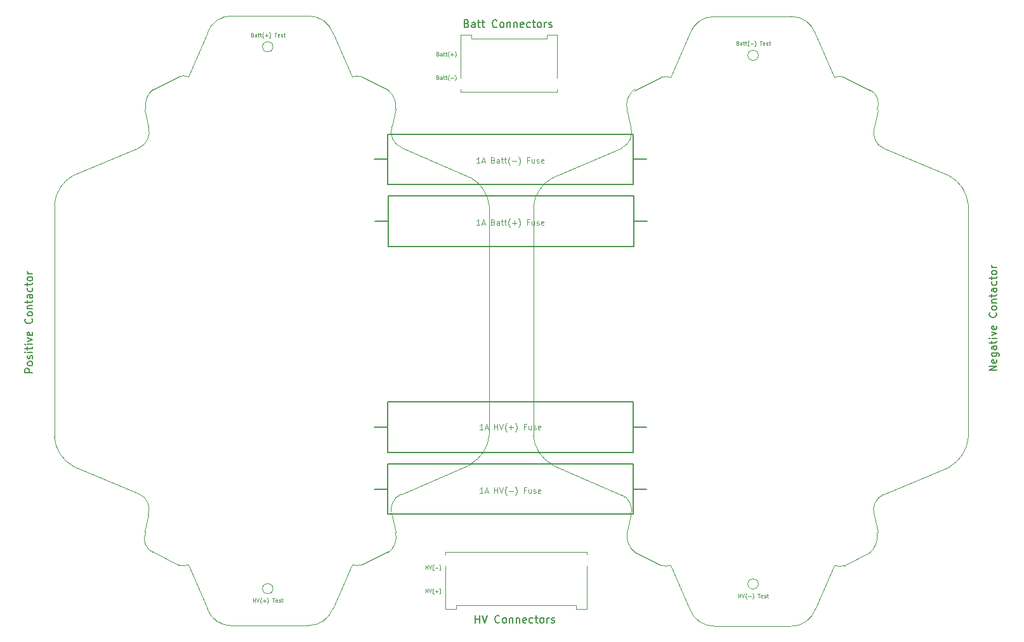
<source format=gbr>
%TF.GenerationSoftware,KiCad,Pcbnew,(6.0.7)*%
%TF.CreationDate,2023-01-09T20:26:50-06:00*%
%TF.ProjectId,Contactor PCB,436f6e74-6163-4746-9f72-205043422e6b,rev?*%
%TF.SameCoordinates,Original*%
%TF.FileFunction,Legend,Top*%
%TF.FilePolarity,Positive*%
%FSLAX46Y46*%
G04 Gerber Fmt 4.6, Leading zero omitted, Abs format (unit mm)*
G04 Created by KiCad (PCBNEW (6.0.7)) date 2023-01-09 20:26:50*
%MOMM*%
%LPD*%
G01*
G04 APERTURE LIST*
%ADD10C,0.120000*%
%ADD11C,0.075000*%
%ADD12C,0.150000*%
%ADD13C,0.127000*%
G04 APERTURE END LIST*
D10*
X176036742Y-107882885D02*
X175608171Y-107882885D01*
X175822457Y-107882885D02*
X175822457Y-107132885D01*
X175751028Y-107240028D01*
X175679600Y-107311457D01*
X175608171Y-107347171D01*
X176322457Y-107668600D02*
X176679600Y-107668600D01*
X176251028Y-107882885D02*
X176501028Y-107132885D01*
X176751028Y-107882885D01*
X177572457Y-107882885D02*
X177572457Y-107132885D01*
X177572457Y-107490028D02*
X178001028Y-107490028D01*
X178001028Y-107882885D02*
X178001028Y-107132885D01*
X178251028Y-107132885D02*
X178501028Y-107882885D01*
X178751028Y-107132885D01*
X179215314Y-108168600D02*
X179179600Y-108132885D01*
X179108171Y-108025742D01*
X179072457Y-107954314D01*
X179036742Y-107847171D01*
X179001028Y-107668600D01*
X179001028Y-107525742D01*
X179036742Y-107347171D01*
X179072457Y-107240028D01*
X179108171Y-107168600D01*
X179179600Y-107061457D01*
X179215314Y-107025742D01*
X179501028Y-107597171D02*
X180072457Y-107597171D01*
X180358171Y-108168600D02*
X180393885Y-108132885D01*
X180465314Y-108025742D01*
X180501028Y-107954314D01*
X180536742Y-107847171D01*
X180572457Y-107668600D01*
X180572457Y-107525742D01*
X180536742Y-107347171D01*
X180501028Y-107240028D01*
X180465314Y-107168600D01*
X180393885Y-107061457D01*
X180358171Y-107025742D01*
X181751028Y-107490028D02*
X181501028Y-107490028D01*
X181501028Y-107882885D02*
X181501028Y-107132885D01*
X181858171Y-107132885D01*
X182465314Y-107382885D02*
X182465314Y-107882885D01*
X182143885Y-107382885D02*
X182143885Y-107775742D01*
X182179600Y-107847171D01*
X182251028Y-107882885D01*
X182358171Y-107882885D01*
X182429600Y-107847171D01*
X182465314Y-107811457D01*
X182786742Y-107847171D02*
X182858171Y-107882885D01*
X183001028Y-107882885D01*
X183072457Y-107847171D01*
X183108171Y-107775742D01*
X183108171Y-107740028D01*
X183072457Y-107668600D01*
X183001028Y-107632885D01*
X182893885Y-107632885D01*
X182822457Y-107597171D01*
X182786742Y-107525742D01*
X182786742Y-107490028D01*
X182822457Y-107418600D01*
X182893885Y-107382885D01*
X183001028Y-107382885D01*
X183072457Y-107418600D01*
X183715314Y-107847171D02*
X183643885Y-107882885D01*
X183501028Y-107882885D01*
X183429600Y-107847171D01*
X183393885Y-107775742D01*
X183393885Y-107490028D01*
X183429600Y-107418600D01*
X183501028Y-107382885D01*
X183643885Y-107382885D01*
X183715314Y-107418600D01*
X183751028Y-107490028D01*
X183751028Y-107561457D01*
X183393885Y-107632885D01*
D11*
X168367200Y-118031390D02*
X168367200Y-117531390D01*
X168367200Y-117769485D02*
X168652914Y-117769485D01*
X168652914Y-118031390D02*
X168652914Y-117531390D01*
X168819580Y-117531390D02*
X168986247Y-118031390D01*
X169152914Y-117531390D01*
X169462438Y-118221866D02*
X169438628Y-118198057D01*
X169391009Y-118126628D01*
X169367200Y-118079009D01*
X169343390Y-118007580D01*
X169319580Y-117888533D01*
X169319580Y-117793295D01*
X169343390Y-117674247D01*
X169367200Y-117602819D01*
X169391009Y-117555200D01*
X169438628Y-117483771D01*
X169462438Y-117459961D01*
X169652914Y-117840914D02*
X170033866Y-117840914D01*
X170224342Y-118221866D02*
X170248152Y-118198057D01*
X170295771Y-118126628D01*
X170319580Y-118079009D01*
X170343390Y-118007580D01*
X170367200Y-117888533D01*
X170367200Y-117793295D01*
X170343390Y-117674247D01*
X170319580Y-117602819D01*
X170295771Y-117555200D01*
X170248152Y-117483771D01*
X170224342Y-117459961D01*
D10*
X176036742Y-99399285D02*
X175608171Y-99399285D01*
X175822457Y-99399285D02*
X175822457Y-98649285D01*
X175751028Y-98756428D01*
X175679600Y-98827857D01*
X175608171Y-98863571D01*
X176322457Y-99185000D02*
X176679600Y-99185000D01*
X176251028Y-99399285D02*
X176501028Y-98649285D01*
X176751028Y-99399285D01*
X177572457Y-99399285D02*
X177572457Y-98649285D01*
X177572457Y-99006428D02*
X178001028Y-99006428D01*
X178001028Y-99399285D02*
X178001028Y-98649285D01*
X178251028Y-98649285D02*
X178501028Y-99399285D01*
X178751028Y-98649285D01*
X179215314Y-99685000D02*
X179179600Y-99649285D01*
X179108171Y-99542142D01*
X179072457Y-99470714D01*
X179036742Y-99363571D01*
X179001028Y-99185000D01*
X179001028Y-99042142D01*
X179036742Y-98863571D01*
X179072457Y-98756428D01*
X179108171Y-98685000D01*
X179179600Y-98577857D01*
X179215314Y-98542142D01*
X179501028Y-99113571D02*
X180072457Y-99113571D01*
X179786742Y-99399285D02*
X179786742Y-98827857D01*
X180358171Y-99685000D02*
X180393885Y-99649285D01*
X180465314Y-99542142D01*
X180501028Y-99470714D01*
X180536742Y-99363571D01*
X180572457Y-99185000D01*
X180572457Y-99042142D01*
X180536742Y-98863571D01*
X180501028Y-98756428D01*
X180465314Y-98685000D01*
X180393885Y-98577857D01*
X180358171Y-98542142D01*
X181751028Y-99006428D02*
X181501028Y-99006428D01*
X181501028Y-99399285D02*
X181501028Y-98649285D01*
X181858171Y-98649285D01*
X182465314Y-98899285D02*
X182465314Y-99399285D01*
X182143885Y-98899285D02*
X182143885Y-99292142D01*
X182179600Y-99363571D01*
X182251028Y-99399285D01*
X182358171Y-99399285D01*
X182429600Y-99363571D01*
X182465314Y-99327857D01*
X182786742Y-99363571D02*
X182858171Y-99399285D01*
X183001028Y-99399285D01*
X183072457Y-99363571D01*
X183108171Y-99292142D01*
X183108171Y-99256428D01*
X183072457Y-99185000D01*
X183001028Y-99149285D01*
X182893885Y-99149285D01*
X182822457Y-99113571D01*
X182786742Y-99042142D01*
X182786742Y-99006428D01*
X182822457Y-98935000D01*
X182893885Y-98899285D01*
X183001028Y-98899285D01*
X183072457Y-98935000D01*
X183715314Y-99363571D02*
X183643885Y-99399285D01*
X183501028Y-99399285D01*
X183429600Y-99363571D01*
X183393885Y-99292142D01*
X183393885Y-99006428D01*
X183429600Y-98935000D01*
X183501028Y-98899285D01*
X183643885Y-98899285D01*
X183715314Y-98935000D01*
X183751028Y-99006428D01*
X183751028Y-99077857D01*
X183393885Y-99149285D01*
X175608171Y-63788485D02*
X175179600Y-63788485D01*
X175393885Y-63788485D02*
X175393885Y-63038485D01*
X175322457Y-63145628D01*
X175251028Y-63217057D01*
X175179600Y-63252771D01*
X175893885Y-63574200D02*
X176251028Y-63574200D01*
X175822457Y-63788485D02*
X176072457Y-63038485D01*
X176322457Y-63788485D01*
X177393885Y-63395628D02*
X177501028Y-63431342D01*
X177536742Y-63467057D01*
X177572457Y-63538485D01*
X177572457Y-63645628D01*
X177536742Y-63717057D01*
X177501028Y-63752771D01*
X177429600Y-63788485D01*
X177143885Y-63788485D01*
X177143885Y-63038485D01*
X177393885Y-63038485D01*
X177465314Y-63074200D01*
X177501028Y-63109914D01*
X177536742Y-63181342D01*
X177536742Y-63252771D01*
X177501028Y-63324200D01*
X177465314Y-63359914D01*
X177393885Y-63395628D01*
X177143885Y-63395628D01*
X178215314Y-63788485D02*
X178215314Y-63395628D01*
X178179600Y-63324200D01*
X178108171Y-63288485D01*
X177965314Y-63288485D01*
X177893885Y-63324200D01*
X178215314Y-63752771D02*
X178143885Y-63788485D01*
X177965314Y-63788485D01*
X177893885Y-63752771D01*
X177858171Y-63681342D01*
X177858171Y-63609914D01*
X177893885Y-63538485D01*
X177965314Y-63502771D01*
X178143885Y-63502771D01*
X178215314Y-63467057D01*
X178465314Y-63288485D02*
X178751028Y-63288485D01*
X178572457Y-63038485D02*
X178572457Y-63681342D01*
X178608171Y-63752771D01*
X178679600Y-63788485D01*
X178751028Y-63788485D01*
X178893885Y-63288485D02*
X179179600Y-63288485D01*
X179001028Y-63038485D02*
X179001028Y-63681342D01*
X179036742Y-63752771D01*
X179108171Y-63788485D01*
X179179600Y-63788485D01*
X179643885Y-64074200D02*
X179608171Y-64038485D01*
X179536742Y-63931342D01*
X179501028Y-63859914D01*
X179465314Y-63752771D01*
X179429600Y-63574200D01*
X179429600Y-63431342D01*
X179465314Y-63252771D01*
X179501028Y-63145628D01*
X179536742Y-63074200D01*
X179608171Y-62967057D01*
X179643885Y-62931342D01*
X179929600Y-63502771D02*
X180501028Y-63502771D01*
X180786742Y-64074200D02*
X180822457Y-64038485D01*
X180893885Y-63931342D01*
X180929600Y-63859914D01*
X180965314Y-63752771D01*
X181001028Y-63574200D01*
X181001028Y-63431342D01*
X180965314Y-63252771D01*
X180929600Y-63145628D01*
X180893885Y-63074200D01*
X180822457Y-62967057D01*
X180786742Y-62931342D01*
X182179600Y-63395628D02*
X181929600Y-63395628D01*
X181929600Y-63788485D02*
X181929600Y-63038485D01*
X182286742Y-63038485D01*
X182893885Y-63288485D02*
X182893885Y-63788485D01*
X182572457Y-63288485D02*
X182572457Y-63681342D01*
X182608171Y-63752771D01*
X182679600Y-63788485D01*
X182786742Y-63788485D01*
X182858171Y-63752771D01*
X182893885Y-63717057D01*
X183215314Y-63752771D02*
X183286742Y-63788485D01*
X183429600Y-63788485D01*
X183501028Y-63752771D01*
X183536742Y-63681342D01*
X183536742Y-63645628D01*
X183501028Y-63574200D01*
X183429600Y-63538485D01*
X183322457Y-63538485D01*
X183251028Y-63502771D01*
X183215314Y-63431342D01*
X183215314Y-63395628D01*
X183251028Y-63324200D01*
X183322457Y-63288485D01*
X183429600Y-63288485D01*
X183501028Y-63324200D01*
X184143885Y-63752771D02*
X184072457Y-63788485D01*
X183929600Y-63788485D01*
X183858171Y-63752771D01*
X183822457Y-63681342D01*
X183822457Y-63395628D01*
X183858171Y-63324200D01*
X183929600Y-63288485D01*
X184072457Y-63288485D01*
X184143885Y-63324200D01*
X184179600Y-63395628D01*
X184179600Y-63467057D01*
X183822457Y-63538485D01*
D11*
X210149523Y-121841390D02*
X210149523Y-121341390D01*
X210149523Y-121579485D02*
X210435238Y-121579485D01*
X210435238Y-121841390D02*
X210435238Y-121341390D01*
X210601904Y-121341390D02*
X210768571Y-121841390D01*
X210935238Y-121341390D01*
X211244761Y-122031866D02*
X211220952Y-122008057D01*
X211173333Y-121936628D01*
X211149523Y-121889009D01*
X211125714Y-121817580D01*
X211101904Y-121698533D01*
X211101904Y-121603295D01*
X211125714Y-121484247D01*
X211149523Y-121412819D01*
X211173333Y-121365200D01*
X211220952Y-121293771D01*
X211244761Y-121269961D01*
X211435238Y-121650914D02*
X211816190Y-121650914D01*
X212006666Y-122031866D02*
X212030476Y-122008057D01*
X212078095Y-121936628D01*
X212101904Y-121889009D01*
X212125714Y-121817580D01*
X212149523Y-121698533D01*
X212149523Y-121603295D01*
X212125714Y-121484247D01*
X212101904Y-121412819D01*
X212078095Y-121365200D01*
X212030476Y-121293771D01*
X212006666Y-121269961D01*
X212697142Y-121341390D02*
X212982857Y-121341390D01*
X212840000Y-121841390D02*
X212840000Y-121341390D01*
X213340000Y-121817580D02*
X213292380Y-121841390D01*
X213197142Y-121841390D01*
X213149523Y-121817580D01*
X213125714Y-121769961D01*
X213125714Y-121579485D01*
X213149523Y-121531866D01*
X213197142Y-121508057D01*
X213292380Y-121508057D01*
X213340000Y-121531866D01*
X213363809Y-121579485D01*
X213363809Y-121627104D01*
X213125714Y-121674723D01*
X213554285Y-121817580D02*
X213601904Y-121841390D01*
X213697142Y-121841390D01*
X213744761Y-121817580D01*
X213768571Y-121769961D01*
X213768571Y-121746152D01*
X213744761Y-121698533D01*
X213697142Y-121674723D01*
X213625714Y-121674723D01*
X213578095Y-121650914D01*
X213554285Y-121603295D01*
X213554285Y-121579485D01*
X213578095Y-121531866D01*
X213625714Y-121508057D01*
X213697142Y-121508057D01*
X213744761Y-121531866D01*
X213911428Y-121508057D02*
X214101904Y-121508057D01*
X213982857Y-121341390D02*
X213982857Y-121769961D01*
X214006666Y-121817580D01*
X214054285Y-121841390D01*
X214101904Y-121841390D01*
X145260476Y-46649485D02*
X145331904Y-46673295D01*
X145355714Y-46697104D01*
X145379523Y-46744723D01*
X145379523Y-46816152D01*
X145355714Y-46863771D01*
X145331904Y-46887580D01*
X145284285Y-46911390D01*
X145093809Y-46911390D01*
X145093809Y-46411390D01*
X145260476Y-46411390D01*
X145308095Y-46435200D01*
X145331904Y-46459009D01*
X145355714Y-46506628D01*
X145355714Y-46554247D01*
X145331904Y-46601866D01*
X145308095Y-46625676D01*
X145260476Y-46649485D01*
X145093809Y-46649485D01*
X145808095Y-46911390D02*
X145808095Y-46649485D01*
X145784285Y-46601866D01*
X145736666Y-46578057D01*
X145641428Y-46578057D01*
X145593809Y-46601866D01*
X145808095Y-46887580D02*
X145760476Y-46911390D01*
X145641428Y-46911390D01*
X145593809Y-46887580D01*
X145570000Y-46839961D01*
X145570000Y-46792342D01*
X145593809Y-46744723D01*
X145641428Y-46720914D01*
X145760476Y-46720914D01*
X145808095Y-46697104D01*
X145974761Y-46578057D02*
X146165238Y-46578057D01*
X146046190Y-46411390D02*
X146046190Y-46839961D01*
X146070000Y-46887580D01*
X146117619Y-46911390D01*
X146165238Y-46911390D01*
X146260476Y-46578057D02*
X146450952Y-46578057D01*
X146331904Y-46411390D02*
X146331904Y-46839961D01*
X146355714Y-46887580D01*
X146403333Y-46911390D01*
X146450952Y-46911390D01*
X146760476Y-47101866D02*
X146736666Y-47078057D01*
X146689047Y-47006628D01*
X146665238Y-46959009D01*
X146641428Y-46887580D01*
X146617619Y-46768533D01*
X146617619Y-46673295D01*
X146641428Y-46554247D01*
X146665238Y-46482819D01*
X146689047Y-46435200D01*
X146736666Y-46363771D01*
X146760476Y-46339961D01*
X146950952Y-46720914D02*
X147331904Y-46720914D01*
X147141428Y-46911390D02*
X147141428Y-46530438D01*
X147522380Y-47101866D02*
X147546190Y-47078057D01*
X147593809Y-47006628D01*
X147617619Y-46959009D01*
X147641428Y-46887580D01*
X147665238Y-46768533D01*
X147665238Y-46673295D01*
X147641428Y-46554247D01*
X147617619Y-46482819D01*
X147593809Y-46435200D01*
X147546190Y-46363771D01*
X147522380Y-46339961D01*
X148212857Y-46411390D02*
X148498571Y-46411390D01*
X148355714Y-46911390D02*
X148355714Y-46411390D01*
X148855714Y-46887580D02*
X148808095Y-46911390D01*
X148712857Y-46911390D01*
X148665238Y-46887580D01*
X148641428Y-46839961D01*
X148641428Y-46649485D01*
X148665238Y-46601866D01*
X148712857Y-46578057D01*
X148808095Y-46578057D01*
X148855714Y-46601866D01*
X148879523Y-46649485D01*
X148879523Y-46697104D01*
X148641428Y-46744723D01*
X149070000Y-46887580D02*
X149117619Y-46911390D01*
X149212857Y-46911390D01*
X149260476Y-46887580D01*
X149284285Y-46839961D01*
X149284285Y-46816152D01*
X149260476Y-46768533D01*
X149212857Y-46744723D01*
X149141428Y-46744723D01*
X149093809Y-46720914D01*
X149070000Y-46673295D01*
X149070000Y-46649485D01*
X149093809Y-46601866D01*
X149141428Y-46578057D01*
X149212857Y-46578057D01*
X149260476Y-46601866D01*
X149427142Y-46578057D02*
X149617619Y-46578057D01*
X149498571Y-46411390D02*
X149498571Y-46839961D01*
X149522380Y-46887580D01*
X149570000Y-46911390D01*
X149617619Y-46911390D01*
D12*
X244597180Y-91483580D02*
X243597180Y-91483580D01*
X244597180Y-90912152D01*
X243597180Y-90912152D01*
X244549561Y-90055009D02*
X244597180Y-90150247D01*
X244597180Y-90340723D01*
X244549561Y-90435961D01*
X244454323Y-90483580D01*
X244073371Y-90483580D01*
X243978133Y-90435961D01*
X243930514Y-90340723D01*
X243930514Y-90150247D01*
X243978133Y-90055009D01*
X244073371Y-90007390D01*
X244168609Y-90007390D01*
X244263847Y-90483580D01*
X243930514Y-89150247D02*
X244740038Y-89150247D01*
X244835276Y-89197866D01*
X244882895Y-89245485D01*
X244930514Y-89340723D01*
X244930514Y-89483580D01*
X244882895Y-89578819D01*
X244549561Y-89150247D02*
X244597180Y-89245485D01*
X244597180Y-89435961D01*
X244549561Y-89531200D01*
X244501942Y-89578819D01*
X244406704Y-89626438D01*
X244120990Y-89626438D01*
X244025752Y-89578819D01*
X243978133Y-89531200D01*
X243930514Y-89435961D01*
X243930514Y-89245485D01*
X243978133Y-89150247D01*
X244597180Y-88245485D02*
X244073371Y-88245485D01*
X243978133Y-88293104D01*
X243930514Y-88388342D01*
X243930514Y-88578819D01*
X243978133Y-88674057D01*
X244549561Y-88245485D02*
X244597180Y-88340723D01*
X244597180Y-88578819D01*
X244549561Y-88674057D01*
X244454323Y-88721676D01*
X244359085Y-88721676D01*
X244263847Y-88674057D01*
X244216228Y-88578819D01*
X244216228Y-88340723D01*
X244168609Y-88245485D01*
X243930514Y-87912152D02*
X243930514Y-87531200D01*
X243597180Y-87769295D02*
X244454323Y-87769295D01*
X244549561Y-87721676D01*
X244597180Y-87626438D01*
X244597180Y-87531200D01*
X244597180Y-87197866D02*
X243930514Y-87197866D01*
X243597180Y-87197866D02*
X243644800Y-87245485D01*
X243692419Y-87197866D01*
X243644800Y-87150247D01*
X243597180Y-87197866D01*
X243692419Y-87197866D01*
X243930514Y-86816914D02*
X244597180Y-86578819D01*
X243930514Y-86340723D01*
X244549561Y-85578819D02*
X244597180Y-85674057D01*
X244597180Y-85864533D01*
X244549561Y-85959771D01*
X244454323Y-86007390D01*
X244073371Y-86007390D01*
X243978133Y-85959771D01*
X243930514Y-85864533D01*
X243930514Y-85674057D01*
X243978133Y-85578819D01*
X244073371Y-85531200D01*
X244168609Y-85531200D01*
X244263847Y-86007390D01*
X244501942Y-83769295D02*
X244549561Y-83816914D01*
X244597180Y-83959771D01*
X244597180Y-84055009D01*
X244549561Y-84197866D01*
X244454323Y-84293104D01*
X244359085Y-84340723D01*
X244168609Y-84388342D01*
X244025752Y-84388342D01*
X243835276Y-84340723D01*
X243740038Y-84293104D01*
X243644800Y-84197866D01*
X243597180Y-84055009D01*
X243597180Y-83959771D01*
X243644800Y-83816914D01*
X243692419Y-83769295D01*
X244597180Y-83197866D02*
X244549561Y-83293104D01*
X244501942Y-83340723D01*
X244406704Y-83388342D01*
X244120990Y-83388342D01*
X244025752Y-83340723D01*
X243978133Y-83293104D01*
X243930514Y-83197866D01*
X243930514Y-83055009D01*
X243978133Y-82959771D01*
X244025752Y-82912152D01*
X244120990Y-82864533D01*
X244406704Y-82864533D01*
X244501942Y-82912152D01*
X244549561Y-82959771D01*
X244597180Y-83055009D01*
X244597180Y-83197866D01*
X243930514Y-82435961D02*
X244597180Y-82435961D01*
X244025752Y-82435961D02*
X243978133Y-82388342D01*
X243930514Y-82293104D01*
X243930514Y-82150247D01*
X243978133Y-82055009D01*
X244073371Y-82007390D01*
X244597180Y-82007390D01*
X243930514Y-81674057D02*
X243930514Y-81293104D01*
X243597180Y-81531200D02*
X244454323Y-81531200D01*
X244549561Y-81483580D01*
X244597180Y-81388342D01*
X244597180Y-81293104D01*
X244597180Y-80531200D02*
X244073371Y-80531200D01*
X243978133Y-80578819D01*
X243930514Y-80674057D01*
X243930514Y-80864533D01*
X243978133Y-80959771D01*
X244549561Y-80531200D02*
X244597180Y-80626438D01*
X244597180Y-80864533D01*
X244549561Y-80959771D01*
X244454323Y-81007390D01*
X244359085Y-81007390D01*
X244263847Y-80959771D01*
X244216228Y-80864533D01*
X244216228Y-80626438D01*
X244168609Y-80531200D01*
X244549561Y-79626438D02*
X244597180Y-79721676D01*
X244597180Y-79912152D01*
X244549561Y-80007390D01*
X244501942Y-80055009D01*
X244406704Y-80102628D01*
X244120990Y-80102628D01*
X244025752Y-80055009D01*
X243978133Y-80007390D01*
X243930514Y-79912152D01*
X243930514Y-79721676D01*
X243978133Y-79626438D01*
X243930514Y-79340723D02*
X243930514Y-78959771D01*
X243597180Y-79197866D02*
X244454323Y-79197866D01*
X244549561Y-79150247D01*
X244597180Y-79055009D01*
X244597180Y-78959771D01*
X244597180Y-78483580D02*
X244549561Y-78578819D01*
X244501942Y-78626438D01*
X244406704Y-78674057D01*
X244120990Y-78674057D01*
X244025752Y-78626438D01*
X243978133Y-78578819D01*
X243930514Y-78483580D01*
X243930514Y-78340723D01*
X243978133Y-78245485D01*
X244025752Y-78197866D01*
X244120990Y-78150247D01*
X244406704Y-78150247D01*
X244501942Y-78197866D01*
X244549561Y-78245485D01*
X244597180Y-78340723D01*
X244597180Y-78483580D01*
X244597180Y-77721676D02*
X243930514Y-77721676D01*
X244120990Y-77721676D02*
X244025752Y-77674057D01*
X243978133Y-77626438D01*
X243930514Y-77531200D01*
X243930514Y-77435961D01*
X173874800Y-45140571D02*
X174017657Y-45188190D01*
X174065276Y-45235809D01*
X174112895Y-45331047D01*
X174112895Y-45473904D01*
X174065276Y-45569142D01*
X174017657Y-45616761D01*
X173922419Y-45664380D01*
X173541466Y-45664380D01*
X173541466Y-44664380D01*
X173874800Y-44664380D01*
X173970038Y-44712000D01*
X174017657Y-44759619D01*
X174065276Y-44854857D01*
X174065276Y-44950095D01*
X174017657Y-45045333D01*
X173970038Y-45092952D01*
X173874800Y-45140571D01*
X173541466Y-45140571D01*
X174970038Y-45664380D02*
X174970038Y-45140571D01*
X174922419Y-45045333D01*
X174827180Y-44997714D01*
X174636704Y-44997714D01*
X174541466Y-45045333D01*
X174970038Y-45616761D02*
X174874800Y-45664380D01*
X174636704Y-45664380D01*
X174541466Y-45616761D01*
X174493847Y-45521523D01*
X174493847Y-45426285D01*
X174541466Y-45331047D01*
X174636704Y-45283428D01*
X174874800Y-45283428D01*
X174970038Y-45235809D01*
X175303371Y-44997714D02*
X175684323Y-44997714D01*
X175446228Y-44664380D02*
X175446228Y-45521523D01*
X175493847Y-45616761D01*
X175589085Y-45664380D01*
X175684323Y-45664380D01*
X175874800Y-44997714D02*
X176255752Y-44997714D01*
X176017657Y-44664380D02*
X176017657Y-45521523D01*
X176065276Y-45616761D01*
X176160514Y-45664380D01*
X176255752Y-45664380D01*
X177922419Y-45569142D02*
X177874800Y-45616761D01*
X177731942Y-45664380D01*
X177636704Y-45664380D01*
X177493847Y-45616761D01*
X177398609Y-45521523D01*
X177350990Y-45426285D01*
X177303371Y-45235809D01*
X177303371Y-45092952D01*
X177350990Y-44902476D01*
X177398609Y-44807238D01*
X177493847Y-44712000D01*
X177636704Y-44664380D01*
X177731942Y-44664380D01*
X177874800Y-44712000D01*
X177922419Y-44759619D01*
X178493847Y-45664380D02*
X178398609Y-45616761D01*
X178350990Y-45569142D01*
X178303371Y-45473904D01*
X178303371Y-45188190D01*
X178350990Y-45092952D01*
X178398609Y-45045333D01*
X178493847Y-44997714D01*
X178636704Y-44997714D01*
X178731942Y-45045333D01*
X178779561Y-45092952D01*
X178827180Y-45188190D01*
X178827180Y-45473904D01*
X178779561Y-45569142D01*
X178731942Y-45616761D01*
X178636704Y-45664380D01*
X178493847Y-45664380D01*
X179255752Y-44997714D02*
X179255752Y-45664380D01*
X179255752Y-45092952D02*
X179303371Y-45045333D01*
X179398609Y-44997714D01*
X179541466Y-44997714D01*
X179636704Y-45045333D01*
X179684323Y-45140571D01*
X179684323Y-45664380D01*
X180160514Y-44997714D02*
X180160514Y-45664380D01*
X180160514Y-45092952D02*
X180208133Y-45045333D01*
X180303371Y-44997714D01*
X180446228Y-44997714D01*
X180541466Y-45045333D01*
X180589085Y-45140571D01*
X180589085Y-45664380D01*
X181446228Y-45616761D02*
X181350990Y-45664380D01*
X181160514Y-45664380D01*
X181065276Y-45616761D01*
X181017657Y-45521523D01*
X181017657Y-45140571D01*
X181065276Y-45045333D01*
X181160514Y-44997714D01*
X181350990Y-44997714D01*
X181446228Y-45045333D01*
X181493847Y-45140571D01*
X181493847Y-45235809D01*
X181017657Y-45331047D01*
X182350990Y-45616761D02*
X182255752Y-45664380D01*
X182065276Y-45664380D01*
X181970038Y-45616761D01*
X181922419Y-45569142D01*
X181874800Y-45473904D01*
X181874800Y-45188190D01*
X181922419Y-45092952D01*
X181970038Y-45045333D01*
X182065276Y-44997714D01*
X182255752Y-44997714D01*
X182350990Y-45045333D01*
X182636704Y-44997714D02*
X183017657Y-44997714D01*
X182779561Y-44664380D02*
X182779561Y-45521523D01*
X182827180Y-45616761D01*
X182922419Y-45664380D01*
X183017657Y-45664380D01*
X183493847Y-45664380D02*
X183398609Y-45616761D01*
X183350990Y-45569142D01*
X183303371Y-45473904D01*
X183303371Y-45188190D01*
X183350990Y-45092952D01*
X183398609Y-45045333D01*
X183493847Y-44997714D01*
X183636704Y-44997714D01*
X183731942Y-45045333D01*
X183779561Y-45092952D01*
X183827180Y-45188190D01*
X183827180Y-45473904D01*
X183779561Y-45569142D01*
X183731942Y-45616761D01*
X183636704Y-45664380D01*
X183493847Y-45664380D01*
X184255752Y-45664380D02*
X184255752Y-44997714D01*
X184255752Y-45188190D02*
X184303371Y-45092952D01*
X184350990Y-45045333D01*
X184446228Y-44997714D01*
X184541466Y-44997714D01*
X184827180Y-45616761D02*
X184922419Y-45664380D01*
X185112895Y-45664380D01*
X185208133Y-45616761D01*
X185255752Y-45521523D01*
X185255752Y-45473904D01*
X185208133Y-45378666D01*
X185112895Y-45331047D01*
X184970038Y-45331047D01*
X184874800Y-45283428D01*
X184827180Y-45188190D01*
X184827180Y-45140571D01*
X184874800Y-45045333D01*
X184970038Y-44997714D01*
X185112895Y-44997714D01*
X185208133Y-45045333D01*
D11*
X145379523Y-122450990D02*
X145379523Y-121950990D01*
X145379523Y-122189085D02*
X145665238Y-122189085D01*
X145665238Y-122450990D02*
X145665238Y-121950990D01*
X145831904Y-121950990D02*
X145998571Y-122450990D01*
X146165238Y-121950990D01*
X146474761Y-122641466D02*
X146450952Y-122617657D01*
X146403333Y-122546228D01*
X146379523Y-122498609D01*
X146355714Y-122427180D01*
X146331904Y-122308133D01*
X146331904Y-122212895D01*
X146355714Y-122093847D01*
X146379523Y-122022419D01*
X146403333Y-121974800D01*
X146450952Y-121903371D01*
X146474761Y-121879561D01*
X146665238Y-122260514D02*
X147046190Y-122260514D01*
X146855714Y-122450990D02*
X146855714Y-122070038D01*
X147236666Y-122641466D02*
X147260476Y-122617657D01*
X147308095Y-122546228D01*
X147331904Y-122498609D01*
X147355714Y-122427180D01*
X147379523Y-122308133D01*
X147379523Y-122212895D01*
X147355714Y-122093847D01*
X147331904Y-122022419D01*
X147308095Y-121974800D01*
X147260476Y-121903371D01*
X147236666Y-121879561D01*
X147927142Y-121950990D02*
X148212857Y-121950990D01*
X148070000Y-122450990D02*
X148070000Y-121950990D01*
X148570000Y-122427180D02*
X148522380Y-122450990D01*
X148427142Y-122450990D01*
X148379523Y-122427180D01*
X148355714Y-122379561D01*
X148355714Y-122189085D01*
X148379523Y-122141466D01*
X148427142Y-122117657D01*
X148522380Y-122117657D01*
X148570000Y-122141466D01*
X148593809Y-122189085D01*
X148593809Y-122236704D01*
X148355714Y-122284323D01*
X148784285Y-122427180D02*
X148831904Y-122450990D01*
X148927142Y-122450990D01*
X148974761Y-122427180D01*
X148998571Y-122379561D01*
X148998571Y-122355752D01*
X148974761Y-122308133D01*
X148927142Y-122284323D01*
X148855714Y-122284323D01*
X148808095Y-122260514D01*
X148784285Y-122212895D01*
X148784285Y-122189085D01*
X148808095Y-122141466D01*
X148855714Y-122117657D01*
X148927142Y-122117657D01*
X148974761Y-122141466D01*
X149141428Y-122117657D02*
X149331904Y-122117657D01*
X149212857Y-121950990D02*
X149212857Y-122379561D01*
X149236666Y-122427180D01*
X149284285Y-122450990D01*
X149331904Y-122450990D01*
X170026152Y-52339085D02*
X170097580Y-52362895D01*
X170121390Y-52386704D01*
X170145200Y-52434323D01*
X170145200Y-52505752D01*
X170121390Y-52553371D01*
X170097580Y-52577180D01*
X170049961Y-52600990D01*
X169859485Y-52600990D01*
X169859485Y-52100990D01*
X170026152Y-52100990D01*
X170073771Y-52124800D01*
X170097580Y-52148609D01*
X170121390Y-52196228D01*
X170121390Y-52243847D01*
X170097580Y-52291466D01*
X170073771Y-52315276D01*
X170026152Y-52339085D01*
X169859485Y-52339085D01*
X170573771Y-52600990D02*
X170573771Y-52339085D01*
X170549961Y-52291466D01*
X170502342Y-52267657D01*
X170407104Y-52267657D01*
X170359485Y-52291466D01*
X170573771Y-52577180D02*
X170526152Y-52600990D01*
X170407104Y-52600990D01*
X170359485Y-52577180D01*
X170335676Y-52529561D01*
X170335676Y-52481942D01*
X170359485Y-52434323D01*
X170407104Y-52410514D01*
X170526152Y-52410514D01*
X170573771Y-52386704D01*
X170740438Y-52267657D02*
X170930914Y-52267657D01*
X170811866Y-52100990D02*
X170811866Y-52529561D01*
X170835676Y-52577180D01*
X170883295Y-52600990D01*
X170930914Y-52600990D01*
X171026152Y-52267657D02*
X171216628Y-52267657D01*
X171097580Y-52100990D02*
X171097580Y-52529561D01*
X171121390Y-52577180D01*
X171169009Y-52600990D01*
X171216628Y-52600990D01*
X171526152Y-52791466D02*
X171502342Y-52767657D01*
X171454723Y-52696228D01*
X171430914Y-52648609D01*
X171407104Y-52577180D01*
X171383295Y-52458133D01*
X171383295Y-52362895D01*
X171407104Y-52243847D01*
X171430914Y-52172419D01*
X171454723Y-52124800D01*
X171502342Y-52053371D01*
X171526152Y-52029561D01*
X171716628Y-52410514D02*
X172097580Y-52410514D01*
X172288057Y-52791466D02*
X172311866Y-52767657D01*
X172359485Y-52696228D01*
X172383295Y-52648609D01*
X172407104Y-52577180D01*
X172430914Y-52458133D01*
X172430914Y-52362895D01*
X172407104Y-52243847D01*
X172383295Y-52172419D01*
X172359485Y-52124800D01*
X172311866Y-52053371D01*
X172288057Y-52029561D01*
X210030476Y-47767085D02*
X210101904Y-47790895D01*
X210125714Y-47814704D01*
X210149523Y-47862323D01*
X210149523Y-47933752D01*
X210125714Y-47981371D01*
X210101904Y-48005180D01*
X210054285Y-48028990D01*
X209863809Y-48028990D01*
X209863809Y-47528990D01*
X210030476Y-47528990D01*
X210078095Y-47552800D01*
X210101904Y-47576609D01*
X210125714Y-47624228D01*
X210125714Y-47671847D01*
X210101904Y-47719466D01*
X210078095Y-47743276D01*
X210030476Y-47767085D01*
X209863809Y-47767085D01*
X210578095Y-48028990D02*
X210578095Y-47767085D01*
X210554285Y-47719466D01*
X210506666Y-47695657D01*
X210411428Y-47695657D01*
X210363809Y-47719466D01*
X210578095Y-48005180D02*
X210530476Y-48028990D01*
X210411428Y-48028990D01*
X210363809Y-48005180D01*
X210340000Y-47957561D01*
X210340000Y-47909942D01*
X210363809Y-47862323D01*
X210411428Y-47838514D01*
X210530476Y-47838514D01*
X210578095Y-47814704D01*
X210744761Y-47695657D02*
X210935238Y-47695657D01*
X210816190Y-47528990D02*
X210816190Y-47957561D01*
X210840000Y-48005180D01*
X210887619Y-48028990D01*
X210935238Y-48028990D01*
X211030476Y-47695657D02*
X211220952Y-47695657D01*
X211101904Y-47528990D02*
X211101904Y-47957561D01*
X211125714Y-48005180D01*
X211173333Y-48028990D01*
X211220952Y-48028990D01*
X211530476Y-48219466D02*
X211506666Y-48195657D01*
X211459047Y-48124228D01*
X211435238Y-48076609D01*
X211411428Y-48005180D01*
X211387619Y-47886133D01*
X211387619Y-47790895D01*
X211411428Y-47671847D01*
X211435238Y-47600419D01*
X211459047Y-47552800D01*
X211506666Y-47481371D01*
X211530476Y-47457561D01*
X211720952Y-47838514D02*
X212101904Y-47838514D01*
X212292380Y-48219466D02*
X212316190Y-48195657D01*
X212363809Y-48124228D01*
X212387619Y-48076609D01*
X212411428Y-48005180D01*
X212435238Y-47886133D01*
X212435238Y-47790895D01*
X212411428Y-47671847D01*
X212387619Y-47600419D01*
X212363809Y-47552800D01*
X212316190Y-47481371D01*
X212292380Y-47457561D01*
X212982857Y-47528990D02*
X213268571Y-47528990D01*
X213125714Y-48028990D02*
X213125714Y-47528990D01*
X213625714Y-48005180D02*
X213578095Y-48028990D01*
X213482857Y-48028990D01*
X213435238Y-48005180D01*
X213411428Y-47957561D01*
X213411428Y-47767085D01*
X213435238Y-47719466D01*
X213482857Y-47695657D01*
X213578095Y-47695657D01*
X213625714Y-47719466D01*
X213649523Y-47767085D01*
X213649523Y-47814704D01*
X213411428Y-47862323D01*
X213840000Y-48005180D02*
X213887619Y-48028990D01*
X213982857Y-48028990D01*
X214030476Y-48005180D01*
X214054285Y-47957561D01*
X214054285Y-47933752D01*
X214030476Y-47886133D01*
X213982857Y-47862323D01*
X213911428Y-47862323D01*
X213863809Y-47838514D01*
X213840000Y-47790895D01*
X213840000Y-47767085D01*
X213863809Y-47719466D01*
X213911428Y-47695657D01*
X213982857Y-47695657D01*
X214030476Y-47719466D01*
X214197142Y-47695657D02*
X214387619Y-47695657D01*
X214268571Y-47528990D02*
X214268571Y-47957561D01*
X214292380Y-48005180D01*
X214340000Y-48028990D01*
X214387619Y-48028990D01*
X168367200Y-121180990D02*
X168367200Y-120680990D01*
X168367200Y-120919085D02*
X168652914Y-120919085D01*
X168652914Y-121180990D02*
X168652914Y-120680990D01*
X168819580Y-120680990D02*
X168986247Y-121180990D01*
X169152914Y-120680990D01*
X169462438Y-121371466D02*
X169438628Y-121347657D01*
X169391009Y-121276228D01*
X169367200Y-121228609D01*
X169343390Y-121157180D01*
X169319580Y-121038133D01*
X169319580Y-120942895D01*
X169343390Y-120823847D01*
X169367200Y-120752419D01*
X169391009Y-120704800D01*
X169438628Y-120633371D01*
X169462438Y-120609561D01*
X169652914Y-120990514D02*
X170033866Y-120990514D01*
X169843390Y-121180990D02*
X169843390Y-120800038D01*
X170224342Y-121371466D02*
X170248152Y-121347657D01*
X170295771Y-121276228D01*
X170319580Y-121228609D01*
X170343390Y-121157180D01*
X170367200Y-121038133D01*
X170367200Y-120942895D01*
X170343390Y-120823847D01*
X170319580Y-120752419D01*
X170295771Y-120704800D01*
X170248152Y-120633371D01*
X170224342Y-120609561D01*
D12*
X175027295Y-125217180D02*
X175027295Y-124217180D01*
X175027295Y-124693371D02*
X175598723Y-124693371D01*
X175598723Y-125217180D02*
X175598723Y-124217180D01*
X175932057Y-124217180D02*
X176265390Y-125217180D01*
X176598723Y-124217180D01*
X178265390Y-125121942D02*
X178217771Y-125169561D01*
X178074914Y-125217180D01*
X177979676Y-125217180D01*
X177836819Y-125169561D01*
X177741580Y-125074323D01*
X177693961Y-124979085D01*
X177646342Y-124788609D01*
X177646342Y-124645752D01*
X177693961Y-124455276D01*
X177741580Y-124360038D01*
X177836819Y-124264800D01*
X177979676Y-124217180D01*
X178074914Y-124217180D01*
X178217771Y-124264800D01*
X178265390Y-124312419D01*
X178836819Y-125217180D02*
X178741580Y-125169561D01*
X178693961Y-125121942D01*
X178646342Y-125026704D01*
X178646342Y-124740990D01*
X178693961Y-124645752D01*
X178741580Y-124598133D01*
X178836819Y-124550514D01*
X178979676Y-124550514D01*
X179074914Y-124598133D01*
X179122533Y-124645752D01*
X179170152Y-124740990D01*
X179170152Y-125026704D01*
X179122533Y-125121942D01*
X179074914Y-125169561D01*
X178979676Y-125217180D01*
X178836819Y-125217180D01*
X179598723Y-124550514D02*
X179598723Y-125217180D01*
X179598723Y-124645752D02*
X179646342Y-124598133D01*
X179741580Y-124550514D01*
X179884438Y-124550514D01*
X179979676Y-124598133D01*
X180027295Y-124693371D01*
X180027295Y-125217180D01*
X180503485Y-124550514D02*
X180503485Y-125217180D01*
X180503485Y-124645752D02*
X180551104Y-124598133D01*
X180646342Y-124550514D01*
X180789200Y-124550514D01*
X180884438Y-124598133D01*
X180932057Y-124693371D01*
X180932057Y-125217180D01*
X181789200Y-125169561D02*
X181693961Y-125217180D01*
X181503485Y-125217180D01*
X181408247Y-125169561D01*
X181360628Y-125074323D01*
X181360628Y-124693371D01*
X181408247Y-124598133D01*
X181503485Y-124550514D01*
X181693961Y-124550514D01*
X181789200Y-124598133D01*
X181836819Y-124693371D01*
X181836819Y-124788609D01*
X181360628Y-124883847D01*
X182693961Y-125169561D02*
X182598723Y-125217180D01*
X182408247Y-125217180D01*
X182313009Y-125169561D01*
X182265390Y-125121942D01*
X182217771Y-125026704D01*
X182217771Y-124740990D01*
X182265390Y-124645752D01*
X182313009Y-124598133D01*
X182408247Y-124550514D01*
X182598723Y-124550514D01*
X182693961Y-124598133D01*
X182979676Y-124550514D02*
X183360628Y-124550514D01*
X183122533Y-124217180D02*
X183122533Y-125074323D01*
X183170152Y-125169561D01*
X183265390Y-125217180D01*
X183360628Y-125217180D01*
X183836819Y-125217180D02*
X183741580Y-125169561D01*
X183693961Y-125121942D01*
X183646342Y-125026704D01*
X183646342Y-124740990D01*
X183693961Y-124645752D01*
X183741580Y-124598133D01*
X183836819Y-124550514D01*
X183979676Y-124550514D01*
X184074914Y-124598133D01*
X184122533Y-124645752D01*
X184170152Y-124740990D01*
X184170152Y-125026704D01*
X184122533Y-125121942D01*
X184074914Y-125169561D01*
X183979676Y-125217180D01*
X183836819Y-125217180D01*
X184598723Y-125217180D02*
X184598723Y-124550514D01*
X184598723Y-124740990D02*
X184646342Y-124645752D01*
X184693961Y-124598133D01*
X184789200Y-124550514D01*
X184884438Y-124550514D01*
X185170152Y-125169561D02*
X185265390Y-125217180D01*
X185455866Y-125217180D01*
X185551104Y-125169561D01*
X185598723Y-125074323D01*
X185598723Y-125026704D01*
X185551104Y-124931466D01*
X185455866Y-124883847D01*
X185313009Y-124883847D01*
X185217771Y-124836228D01*
X185170152Y-124740990D01*
X185170152Y-124693371D01*
X185217771Y-124598133D01*
X185313009Y-124550514D01*
X185455866Y-124550514D01*
X185551104Y-124598133D01*
D11*
X170026152Y-49189485D02*
X170097580Y-49213295D01*
X170121390Y-49237104D01*
X170145200Y-49284723D01*
X170145200Y-49356152D01*
X170121390Y-49403771D01*
X170097580Y-49427580D01*
X170049961Y-49451390D01*
X169859485Y-49451390D01*
X169859485Y-48951390D01*
X170026152Y-48951390D01*
X170073771Y-48975200D01*
X170097580Y-48999009D01*
X170121390Y-49046628D01*
X170121390Y-49094247D01*
X170097580Y-49141866D01*
X170073771Y-49165676D01*
X170026152Y-49189485D01*
X169859485Y-49189485D01*
X170573771Y-49451390D02*
X170573771Y-49189485D01*
X170549961Y-49141866D01*
X170502342Y-49118057D01*
X170407104Y-49118057D01*
X170359485Y-49141866D01*
X170573771Y-49427580D02*
X170526152Y-49451390D01*
X170407104Y-49451390D01*
X170359485Y-49427580D01*
X170335676Y-49379961D01*
X170335676Y-49332342D01*
X170359485Y-49284723D01*
X170407104Y-49260914D01*
X170526152Y-49260914D01*
X170573771Y-49237104D01*
X170740438Y-49118057D02*
X170930914Y-49118057D01*
X170811866Y-48951390D02*
X170811866Y-49379961D01*
X170835676Y-49427580D01*
X170883295Y-49451390D01*
X170930914Y-49451390D01*
X171026152Y-49118057D02*
X171216628Y-49118057D01*
X171097580Y-48951390D02*
X171097580Y-49379961D01*
X171121390Y-49427580D01*
X171169009Y-49451390D01*
X171216628Y-49451390D01*
X171526152Y-49641866D02*
X171502342Y-49618057D01*
X171454723Y-49546628D01*
X171430914Y-49499009D01*
X171407104Y-49427580D01*
X171383295Y-49308533D01*
X171383295Y-49213295D01*
X171407104Y-49094247D01*
X171430914Y-49022819D01*
X171454723Y-48975200D01*
X171502342Y-48903771D01*
X171526152Y-48879961D01*
X171716628Y-49260914D02*
X172097580Y-49260914D01*
X171907104Y-49451390D02*
X171907104Y-49070438D01*
X172288057Y-49641866D02*
X172311866Y-49618057D01*
X172359485Y-49546628D01*
X172383295Y-49499009D01*
X172407104Y-49427580D01*
X172430914Y-49308533D01*
X172430914Y-49213295D01*
X172407104Y-49094247D01*
X172383295Y-49022819D01*
X172359485Y-48975200D01*
X172311866Y-48903771D01*
X172288057Y-48879961D01*
D12*
X115920780Y-91780476D02*
X114920780Y-91780476D01*
X114920780Y-91399523D01*
X114968400Y-91304285D01*
X115016019Y-91256666D01*
X115111257Y-91209047D01*
X115254114Y-91209047D01*
X115349352Y-91256666D01*
X115396971Y-91304285D01*
X115444590Y-91399523D01*
X115444590Y-91780476D01*
X115920780Y-90637619D02*
X115873161Y-90732857D01*
X115825542Y-90780476D01*
X115730304Y-90828095D01*
X115444590Y-90828095D01*
X115349352Y-90780476D01*
X115301733Y-90732857D01*
X115254114Y-90637619D01*
X115254114Y-90494761D01*
X115301733Y-90399523D01*
X115349352Y-90351904D01*
X115444590Y-90304285D01*
X115730304Y-90304285D01*
X115825542Y-90351904D01*
X115873161Y-90399523D01*
X115920780Y-90494761D01*
X115920780Y-90637619D01*
X115873161Y-89923333D02*
X115920780Y-89828095D01*
X115920780Y-89637619D01*
X115873161Y-89542380D01*
X115777923Y-89494761D01*
X115730304Y-89494761D01*
X115635066Y-89542380D01*
X115587447Y-89637619D01*
X115587447Y-89780476D01*
X115539828Y-89875714D01*
X115444590Y-89923333D01*
X115396971Y-89923333D01*
X115301733Y-89875714D01*
X115254114Y-89780476D01*
X115254114Y-89637619D01*
X115301733Y-89542380D01*
X115920780Y-89066190D02*
X115254114Y-89066190D01*
X114920780Y-89066190D02*
X114968400Y-89113809D01*
X115016019Y-89066190D01*
X114968400Y-89018571D01*
X114920780Y-89066190D01*
X115016019Y-89066190D01*
X115254114Y-88732857D02*
X115254114Y-88351904D01*
X114920780Y-88590000D02*
X115777923Y-88590000D01*
X115873161Y-88542380D01*
X115920780Y-88447142D01*
X115920780Y-88351904D01*
X115920780Y-88018571D02*
X115254114Y-88018571D01*
X114920780Y-88018571D02*
X114968400Y-88066190D01*
X115016019Y-88018571D01*
X114968400Y-87970952D01*
X114920780Y-88018571D01*
X115016019Y-88018571D01*
X115254114Y-87637619D02*
X115920780Y-87399523D01*
X115254114Y-87161428D01*
X115873161Y-86399523D02*
X115920780Y-86494761D01*
X115920780Y-86685238D01*
X115873161Y-86780476D01*
X115777923Y-86828095D01*
X115396971Y-86828095D01*
X115301733Y-86780476D01*
X115254114Y-86685238D01*
X115254114Y-86494761D01*
X115301733Y-86399523D01*
X115396971Y-86351904D01*
X115492209Y-86351904D01*
X115587447Y-86828095D01*
X115825542Y-84590000D02*
X115873161Y-84637619D01*
X115920780Y-84780476D01*
X115920780Y-84875714D01*
X115873161Y-85018571D01*
X115777923Y-85113809D01*
X115682685Y-85161428D01*
X115492209Y-85209047D01*
X115349352Y-85209047D01*
X115158876Y-85161428D01*
X115063638Y-85113809D01*
X114968400Y-85018571D01*
X114920780Y-84875714D01*
X114920780Y-84780476D01*
X114968400Y-84637619D01*
X115016019Y-84590000D01*
X115920780Y-84018571D02*
X115873161Y-84113809D01*
X115825542Y-84161428D01*
X115730304Y-84209047D01*
X115444590Y-84209047D01*
X115349352Y-84161428D01*
X115301733Y-84113809D01*
X115254114Y-84018571D01*
X115254114Y-83875714D01*
X115301733Y-83780476D01*
X115349352Y-83732857D01*
X115444590Y-83685238D01*
X115730304Y-83685238D01*
X115825542Y-83732857D01*
X115873161Y-83780476D01*
X115920780Y-83875714D01*
X115920780Y-84018571D01*
X115254114Y-83256666D02*
X115920780Y-83256666D01*
X115349352Y-83256666D02*
X115301733Y-83209047D01*
X115254114Y-83113809D01*
X115254114Y-82970952D01*
X115301733Y-82875714D01*
X115396971Y-82828095D01*
X115920780Y-82828095D01*
X115254114Y-82494761D02*
X115254114Y-82113809D01*
X114920780Y-82351904D02*
X115777923Y-82351904D01*
X115873161Y-82304285D01*
X115920780Y-82209047D01*
X115920780Y-82113809D01*
X115920780Y-81351904D02*
X115396971Y-81351904D01*
X115301733Y-81399523D01*
X115254114Y-81494761D01*
X115254114Y-81685238D01*
X115301733Y-81780476D01*
X115873161Y-81351904D02*
X115920780Y-81447142D01*
X115920780Y-81685238D01*
X115873161Y-81780476D01*
X115777923Y-81828095D01*
X115682685Y-81828095D01*
X115587447Y-81780476D01*
X115539828Y-81685238D01*
X115539828Y-81447142D01*
X115492209Y-81351904D01*
X115873161Y-80447142D02*
X115920780Y-80542380D01*
X115920780Y-80732857D01*
X115873161Y-80828095D01*
X115825542Y-80875714D01*
X115730304Y-80923333D01*
X115444590Y-80923333D01*
X115349352Y-80875714D01*
X115301733Y-80828095D01*
X115254114Y-80732857D01*
X115254114Y-80542380D01*
X115301733Y-80447142D01*
X115254114Y-80161428D02*
X115254114Y-79780476D01*
X114920780Y-80018571D02*
X115777923Y-80018571D01*
X115873161Y-79970952D01*
X115920780Y-79875714D01*
X115920780Y-79780476D01*
X115920780Y-79304285D02*
X115873161Y-79399523D01*
X115825542Y-79447142D01*
X115730304Y-79494761D01*
X115444590Y-79494761D01*
X115349352Y-79447142D01*
X115301733Y-79399523D01*
X115254114Y-79304285D01*
X115254114Y-79161428D01*
X115301733Y-79066190D01*
X115349352Y-79018571D01*
X115444590Y-78970952D01*
X115730304Y-78970952D01*
X115825542Y-79018571D01*
X115873161Y-79066190D01*
X115920780Y-79161428D01*
X115920780Y-79304285D01*
X115920780Y-78542380D02*
X115254114Y-78542380D01*
X115444590Y-78542380D02*
X115349352Y-78494761D01*
X115301733Y-78447142D01*
X115254114Y-78351904D01*
X115254114Y-78256666D01*
D10*
X175608171Y-72068885D02*
X175179600Y-72068885D01*
X175393885Y-72068885D02*
X175393885Y-71318885D01*
X175322457Y-71426028D01*
X175251028Y-71497457D01*
X175179600Y-71533171D01*
X175893885Y-71854600D02*
X176251028Y-71854600D01*
X175822457Y-72068885D02*
X176072457Y-71318885D01*
X176322457Y-72068885D01*
X177393885Y-71676028D02*
X177501028Y-71711742D01*
X177536742Y-71747457D01*
X177572457Y-71818885D01*
X177572457Y-71926028D01*
X177536742Y-71997457D01*
X177501028Y-72033171D01*
X177429600Y-72068885D01*
X177143885Y-72068885D01*
X177143885Y-71318885D01*
X177393885Y-71318885D01*
X177465314Y-71354600D01*
X177501028Y-71390314D01*
X177536742Y-71461742D01*
X177536742Y-71533171D01*
X177501028Y-71604600D01*
X177465314Y-71640314D01*
X177393885Y-71676028D01*
X177143885Y-71676028D01*
X178215314Y-72068885D02*
X178215314Y-71676028D01*
X178179600Y-71604600D01*
X178108171Y-71568885D01*
X177965314Y-71568885D01*
X177893885Y-71604600D01*
X178215314Y-72033171D02*
X178143885Y-72068885D01*
X177965314Y-72068885D01*
X177893885Y-72033171D01*
X177858171Y-71961742D01*
X177858171Y-71890314D01*
X177893885Y-71818885D01*
X177965314Y-71783171D01*
X178143885Y-71783171D01*
X178215314Y-71747457D01*
X178465314Y-71568885D02*
X178751028Y-71568885D01*
X178572457Y-71318885D02*
X178572457Y-71961742D01*
X178608171Y-72033171D01*
X178679600Y-72068885D01*
X178751028Y-72068885D01*
X178893885Y-71568885D02*
X179179600Y-71568885D01*
X179001028Y-71318885D02*
X179001028Y-71961742D01*
X179036742Y-72033171D01*
X179108171Y-72068885D01*
X179179600Y-72068885D01*
X179643885Y-72354600D02*
X179608171Y-72318885D01*
X179536742Y-72211742D01*
X179501028Y-72140314D01*
X179465314Y-72033171D01*
X179429600Y-71854600D01*
X179429600Y-71711742D01*
X179465314Y-71533171D01*
X179501028Y-71426028D01*
X179536742Y-71354600D01*
X179608171Y-71247457D01*
X179643885Y-71211742D01*
X179929600Y-71783171D02*
X180501028Y-71783171D01*
X180215314Y-72068885D02*
X180215314Y-71497457D01*
X180786742Y-72354600D02*
X180822457Y-72318885D01*
X180893885Y-72211742D01*
X180929600Y-72140314D01*
X180965314Y-72033171D01*
X181001028Y-71854600D01*
X181001028Y-71711742D01*
X180965314Y-71533171D01*
X180929600Y-71426028D01*
X180893885Y-71354600D01*
X180822457Y-71247457D01*
X180786742Y-71211742D01*
X182179600Y-71676028D02*
X181929600Y-71676028D01*
X181929600Y-72068885D02*
X181929600Y-71318885D01*
X182286742Y-71318885D01*
X182893885Y-71568885D02*
X182893885Y-72068885D01*
X182572457Y-71568885D02*
X182572457Y-71961742D01*
X182608171Y-72033171D01*
X182679600Y-72068885D01*
X182786742Y-72068885D01*
X182858171Y-72033171D01*
X182893885Y-71997457D01*
X183215314Y-72033171D02*
X183286742Y-72068885D01*
X183429600Y-72068885D01*
X183501028Y-72033171D01*
X183536742Y-71961742D01*
X183536742Y-71926028D01*
X183501028Y-71854600D01*
X183429600Y-71818885D01*
X183322457Y-71818885D01*
X183251028Y-71783171D01*
X183215314Y-71711742D01*
X183215314Y-71676028D01*
X183251028Y-71604600D01*
X183322457Y-71568885D01*
X183429600Y-71568885D01*
X183501028Y-71604600D01*
X184143885Y-72033171D02*
X184072457Y-72068885D01*
X183929600Y-72068885D01*
X183858171Y-72033171D01*
X183822457Y-71961742D01*
X183822457Y-71676028D01*
X183858171Y-71604600D01*
X183929600Y-71568885D01*
X184072457Y-71568885D01*
X184143885Y-71604600D01*
X184179600Y-71676028D01*
X184179600Y-71747457D01*
X183822457Y-71818885D01*
%TO.C,TP4*%
X148020000Y-120650000D02*
G75*
G03*
X148020000Y-120650000I-700000J0D01*
G01*
%TO.C,U2*%
X206957092Y-44225250D02*
X217117092Y-44225250D01*
X238275125Y-65460269D02*
X229557500Y-61840769D01*
X195781092Y-58957250D02*
X195273092Y-56671250D01*
X227779500Y-54107503D02*
X224223500Y-52300835D01*
X196289092Y-54131250D02*
X199845092Y-52324582D01*
X206944680Y-125647324D02*
X217104680Y-125647324D01*
X182776125Y-100173602D02*
X182776125Y-69689602D01*
X195768680Y-110915324D02*
X195260680Y-113201324D01*
X238262713Y-104412305D02*
X229545088Y-108031805D01*
X196276680Y-115741324D02*
X199832680Y-117547992D01*
X222964684Y-52329503D02*
X220413500Y-46487503D01*
X228275088Y-110857555D02*
X228783088Y-113143555D01*
X201103908Y-52353250D02*
X203655092Y-46511250D01*
X240815125Y-100429602D02*
X240815125Y-69401272D01*
X185303713Y-104123975D02*
X194498680Y-108089574D01*
X222952272Y-117543071D02*
X220401088Y-123385071D01*
X228287500Y-59015019D02*
X228795500Y-56729019D01*
X201091496Y-117519324D02*
X203642680Y-123361324D01*
X227767088Y-115765071D02*
X224211088Y-117571739D01*
X185316125Y-65748599D02*
X194511092Y-61783000D01*
X228287522Y-59015027D02*
G75*
G03*
X229557500Y-61840769I2161866J-726644D01*
G01*
X227585658Y-115908886D02*
G75*
G03*
X228601659Y-113143555I-1661830J2179875D01*
G01*
X195768678Y-110915323D02*
G75*
G03*
X194498680Y-108089574I-2161980J726592D01*
G01*
X206957093Y-44225231D02*
G75*
G03*
X203655092Y-46511250I-103105J-3378840D01*
G01*
X240815111Y-69401273D02*
G75*
G03*
X238275125Y-65492019I-4876723J-388798D01*
G01*
X185316114Y-65780328D02*
G75*
G03*
X182776125Y-69689602I2336874J-4298143D01*
G01*
X222952272Y-117543072D02*
G75*
G03*
X224211088Y-117571739I672276J1868081D01*
G01*
X220413501Y-46487503D02*
G75*
G03*
X217111500Y-44201503I-3198853J-1092788D01*
G01*
X203642680Y-123361324D02*
G75*
G03*
X206944680Y-125647324I3198853J1092788D01*
G01*
X182763713Y-100182972D02*
G75*
G03*
X185303713Y-104092225I4876775J388841D01*
G01*
X201103904Y-52353262D02*
G75*
G03*
X199845092Y-52324582I-672316J-1869009D01*
G01*
X196289086Y-53905910D02*
G75*
G03*
X195273092Y-56671250I1661802J-2179861D01*
G01*
X195260678Y-113201324D02*
G75*
G03*
X196276680Y-115741324I2822080J-344367D01*
G01*
X229545088Y-108031804D02*
G75*
G03*
X228275088Y-110857555I892000J-2099167D01*
G01*
X199832680Y-117547992D02*
G75*
G03*
X201091496Y-117519324I586538J1896781D01*
G01*
X228614054Y-56729011D02*
G75*
G03*
X227598071Y-53963687I-1839566J893440D01*
G01*
X238262711Y-104380551D02*
G75*
G03*
X240802713Y-100471302I-2336703J4298050D01*
G01*
X217099088Y-125671069D02*
G75*
G03*
X220401088Y-123385071I103140J3378798D01*
G01*
X194511090Y-61782994D02*
G75*
G03*
X195781092Y-58957250I-891902J2099123D01*
G01*
X224223491Y-52300865D02*
G75*
G03*
X222964684Y-52329503I-586603J-1895606D01*
G01*
%TO.C,TP8*%
X212790000Y-120015000D02*
G75*
G03*
X212790000Y-120015000I-700000J0D01*
G01*
D13*
%TO.C,F4*%
X196115000Y-107327500D02*
X196115000Y-110707500D01*
X196115000Y-110707500D02*
X163295000Y-110707500D01*
X197860000Y-107327500D02*
X196115000Y-107327500D01*
X163295000Y-110707500D02*
X163295000Y-107327500D01*
X196115000Y-103947500D02*
X196115000Y-107327500D01*
X163295000Y-107327500D02*
X163295000Y-103947500D01*
X161550000Y-107327500D02*
X163295000Y-107327500D01*
X163295000Y-103947500D02*
X196115000Y-103947500D01*
D10*
%TO.C,J1*%
X171032000Y-115777000D02*
X171032000Y-116087000D01*
X172452000Y-123367000D02*
X171032000Y-123367000D01*
X189902000Y-116087000D02*
X189902000Y-115777000D01*
X171032000Y-123367000D02*
X171032000Y-117607000D01*
X189902000Y-123367000D02*
X188482000Y-123367000D01*
X172452000Y-122867000D02*
X172452000Y-123367000D01*
X189902000Y-115777000D02*
X171032000Y-115777000D01*
X188482000Y-123367000D02*
X188482000Y-122867000D01*
X188482000Y-122867000D02*
X172452000Y-122867000D01*
X189902000Y-117607000D02*
X189902000Y-123367000D01*
%TO.C,TP5*%
X212790000Y-49400000D02*
G75*
G03*
X212790000Y-49400000I-700000J0D01*
G01*
D13*
%TO.C,F2*%
X163295000Y-99047500D02*
X163295000Y-95667500D01*
X197860000Y-99047500D02*
X196115000Y-99047500D01*
X163295000Y-95667500D02*
X196115000Y-95667500D01*
X161550000Y-99047500D02*
X163295000Y-99047500D01*
X196115000Y-95667500D02*
X196115000Y-99047500D01*
X196115000Y-102427500D02*
X163295000Y-102427500D01*
X196115000Y-99047500D02*
X196115000Y-102427500D01*
X163295000Y-102427500D02*
X163295000Y-99047500D01*
%TO.C,F3*%
X197860000Y-63295000D02*
X196115000Y-63295000D01*
X196115000Y-59915000D02*
X196115000Y-63295000D01*
X196115000Y-63295000D02*
X196115000Y-66675000D01*
X196115000Y-66675000D02*
X163295000Y-66675000D01*
X163295000Y-66675000D02*
X163295000Y-63295000D01*
X161550000Y-63295000D02*
X163295000Y-63295000D01*
X163295000Y-63295000D02*
X163295000Y-59915000D01*
X163295000Y-59915000D02*
X196115000Y-59915000D01*
D10*
%TO.C,J2*%
X173095000Y-46696000D02*
X174515000Y-46696000D01*
X173095000Y-53976000D02*
X173095000Y-54286000D01*
X184545000Y-46696000D02*
X185965000Y-46696000D01*
X174515000Y-46696000D02*
X174515000Y-47196000D01*
X173095000Y-54286000D02*
X185965000Y-54286000D01*
X185965000Y-54286000D02*
X185965000Y-53976000D01*
X174515000Y-47196000D02*
X184545000Y-47196000D01*
X184545000Y-47196000D02*
X184545000Y-46696000D01*
X173095000Y-52456000D02*
X173095000Y-46696000D01*
X185965000Y-46696000D02*
X185965000Y-52456000D01*
%TO.C,TP1*%
X148020000Y-48260000D02*
G75*
G03*
X148020000Y-48260000I-700000J0D01*
G01*
D13*
%TO.C,F1*%
X196215000Y-68145000D02*
X196215000Y-71525000D01*
X161650000Y-71525000D02*
X163395000Y-71525000D01*
X163395000Y-74905000D02*
X163395000Y-71525000D01*
X163395000Y-71525000D02*
X163395000Y-68145000D01*
X197960000Y-71525000D02*
X196215000Y-71525000D01*
X196215000Y-71525000D02*
X196215000Y-74905000D01*
X163395000Y-68145000D02*
X196215000Y-68145000D01*
X196215000Y-74905000D02*
X163395000Y-74905000D01*
D10*
%TO.C,U1*%
X121388876Y-104338731D02*
X130106501Y-107958231D01*
X163895321Y-58883676D02*
X164403321Y-56597676D01*
X174360288Y-65675025D02*
X165165321Y-61709426D01*
X131884501Y-115691497D02*
X135440501Y-117498165D01*
X136711729Y-52255929D02*
X139262913Y-46413929D01*
X131896913Y-54033929D02*
X135452913Y-52227261D01*
X158572505Y-52279676D02*
X156021321Y-46437676D01*
X163882909Y-110841750D02*
X164390909Y-113127750D01*
X152719321Y-44151676D02*
X142559321Y-44151676D01*
X131388913Y-58941445D02*
X130880913Y-56655445D01*
X118848876Y-69369398D02*
X118848876Y-100397728D01*
X152706909Y-125573750D02*
X142546909Y-125573750D01*
X163387321Y-54057676D02*
X159831321Y-52251008D01*
X131376501Y-110783981D02*
X130868501Y-113069981D01*
X158560093Y-117445750D02*
X156008909Y-123287750D01*
X176887876Y-69625398D02*
X176887876Y-100109398D01*
X121401288Y-65386695D02*
X130118913Y-61767195D01*
X136699317Y-117469497D02*
X139250501Y-123311497D01*
X174347876Y-104050401D02*
X165152909Y-108016000D01*
X163374909Y-115667750D02*
X159818909Y-117474418D01*
X131049947Y-113069989D02*
G75*
G03*
X132065930Y-115835313I1839566J-893440D01*
G01*
X152706908Y-125573769D02*
G75*
G03*
X156008909Y-123287750I103105J3378840D01*
G01*
X130118913Y-61767196D02*
G75*
G03*
X131388913Y-58941445I-892000J2099167D01*
G01*
X159831321Y-52251008D02*
G75*
G03*
X158572505Y-52279676I-586538J-1896781D01*
G01*
X163374915Y-115893090D02*
G75*
G03*
X164390909Y-113127750I-1661802J2179861D01*
G01*
X164403323Y-56597676D02*
G75*
G03*
X163387321Y-54057676I-2822080J344367D01*
G01*
X176900288Y-69616028D02*
G75*
G03*
X174360288Y-65706775I-4876775J-388841D01*
G01*
X121401290Y-65418449D02*
G75*
G03*
X118861288Y-69327698I2336703J-4298050D01*
G01*
X163895323Y-58883677D02*
G75*
G03*
X165165321Y-61709426I2161980J-726592D01*
G01*
X139250500Y-123311497D02*
G75*
G03*
X142552501Y-125597497I3198853J1092788D01*
G01*
X158560097Y-117445738D02*
G75*
G03*
X159818909Y-117474418I672316J1869009D01*
G01*
X136711729Y-52255928D02*
G75*
G03*
X135452913Y-52227261I-672276J-1868081D01*
G01*
X165152911Y-108016006D02*
G75*
G03*
X163882909Y-110841750I891902J-2099123D01*
G01*
X156021321Y-46437676D02*
G75*
G03*
X152719321Y-44151676I-3198853J-1092788D01*
G01*
X132078343Y-53890114D02*
G75*
G03*
X131062342Y-56655445I1661830J-2179875D01*
G01*
X135440510Y-117498135D02*
G75*
G03*
X136699317Y-117469497I586603J1895606D01*
G01*
X174347887Y-104018672D02*
G75*
G03*
X176887876Y-100109398I-2336874J4298143D01*
G01*
X142564913Y-44127931D02*
G75*
G03*
X139262913Y-46413929I-103140J-3378798D01*
G01*
X118848890Y-100397727D02*
G75*
G03*
X121388876Y-104306981I4876723J388798D01*
G01*
X131376479Y-110783973D02*
G75*
G03*
X130106501Y-107958231I-2161866J726644D01*
G01*
%TD*%
M02*

</source>
